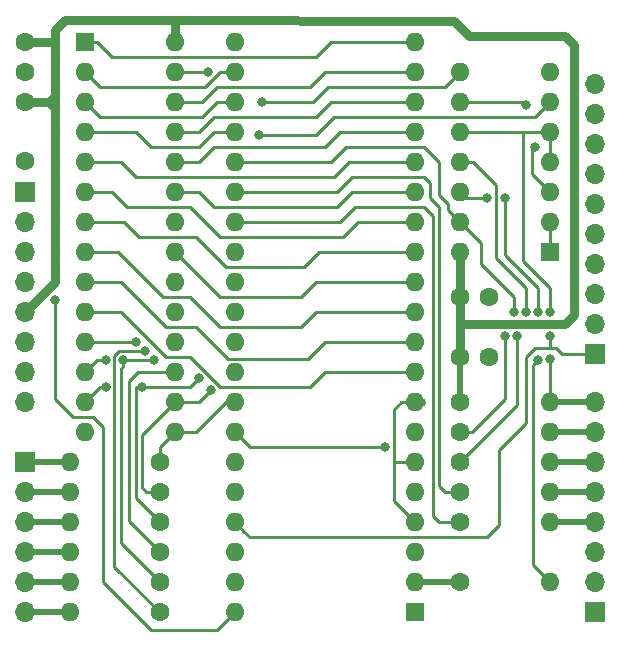
<source format=gbr>
G04 #@! TF.GenerationSoftware,KiCad,Pcbnew,(5.0.0)*
G04 #@! TF.CreationDate,2019-09-20T13:44:08+02:00*
G04 #@! TF.ProjectId,6502ino,36353032696E6F2E6B696361645F7063,rev?*
G04 #@! TF.SameCoordinates,Original*
G04 #@! TF.FileFunction,Copper,L1,Top,Signal*
G04 #@! TF.FilePolarity,Positive*
%FSLAX46Y46*%
G04 Gerber Fmt 4.6, Leading zero omitted, Abs format (unit mm)*
G04 Created by KiCad (PCBNEW (5.0.0)) date 09/20/19 13:44:08*
%MOMM*%
%LPD*%
G01*
G04 APERTURE LIST*
G04 #@! TA.AperFunction,ComponentPad*
%ADD10R,1.600000X1.600000*%
G04 #@! TD*
G04 #@! TA.AperFunction,ComponentPad*
%ADD11O,1.600000X1.600000*%
G04 #@! TD*
G04 #@! TA.AperFunction,ComponentPad*
%ADD12R,1.700000X1.700000*%
G04 #@! TD*
G04 #@! TA.AperFunction,ComponentPad*
%ADD13O,1.700000X1.700000*%
G04 #@! TD*
G04 #@! TA.AperFunction,ComponentPad*
%ADD14C,1.600000*%
G04 #@! TD*
G04 #@! TA.AperFunction,ViaPad*
%ADD15C,0.800000*%
G04 #@! TD*
G04 #@! TA.AperFunction,Conductor*
%ADD16C,0.800000*%
G04 #@! TD*
G04 #@! TA.AperFunction,Conductor*
%ADD17C,0.500000*%
G04 #@! TD*
G04 #@! TA.AperFunction,Conductor*
%ADD18C,0.250000*%
G04 #@! TD*
G04 APERTURE END LIST*
D10*
G04 #@! TO.P,U3,1*
G04 #@! TO.N,/RWB*
X184150000Y-76200000D03*
D11*
G04 #@! TO.P,U3,8*
G04 #@! TO.N,Net-(U2-Pad27)*
X176530000Y-60960000D03*
G04 #@! TO.P,U3,2*
G04 #@! TO.N,/RWB*
X184150000Y-73660000D03*
G04 #@! TO.P,U3,9*
G04 #@! TO.N,Net-(U3-Pad3)*
X176530000Y-63500000D03*
G04 #@! TO.P,U3,3*
X184150000Y-71120000D03*
G04 #@! TO.P,U3,10*
G04 #@! TO.N,/PHI2*
X176530000Y-66040000D03*
G04 #@! TO.P,U3,4*
X184150000Y-68580000D03*
G04 #@! TO.P,U3,11*
G04 #@! TO.N,Net-(R12-Pad2)*
X176530000Y-68580000D03*
G04 #@! TO.P,U3,5*
G04 #@! TO.N,/PHI2*
X184150000Y-66040000D03*
G04 #@! TO.P,U3,12*
G04 #@! TO.N,/IOBUSY*
X176530000Y-71120000D03*
G04 #@! TO.P,U3,6*
G04 #@! TO.N,Net-(U2-Pad22)*
X184150000Y-63500000D03*
G04 #@! TO.P,U3,13*
G04 #@! TO.N,/IOSELECT*
X176530000Y-73660000D03*
G04 #@! TO.P,U3,7*
G04 #@! TO.N,GND*
X184150000Y-60960000D03*
G04 #@! TO.P,U3,14*
G04 #@! TO.N,+5V*
X176530000Y-76200000D03*
G04 #@! TD*
D10*
G04 #@! TO.P,U1,1*
G04 #@! TO.N,Net-(U1-Pad1)*
X172720000Y-106680000D03*
D11*
G04 #@! TO.P,U1,21*
G04 #@! TO.N,GND*
X157480000Y-58420000D03*
G04 #@! TO.P,U1,2*
G04 #@! TO.N,Net-(R12-Pad1)*
X172720000Y-104140000D03*
G04 #@! TO.P,U1,22*
G04 #@! TO.N,/A12*
X157480000Y-60960000D03*
G04 #@! TO.P,U1,3*
G04 #@! TO.N,Net-(U1-Pad3)*
X172720000Y-101600000D03*
G04 #@! TO.P,U1,23*
G04 #@! TO.N,/A13*
X157480000Y-63500000D03*
G04 #@! TO.P,U1,4*
G04 #@! TO.N,+5V*
X172720000Y-99060000D03*
G04 #@! TO.P,U1,24*
G04 #@! TO.N,/A14*
X157480000Y-66040000D03*
G04 #@! TO.P,U1,5*
G04 #@! TO.N,Net-(U1-Pad5)*
X172720000Y-96520000D03*
G04 #@! TO.P,U1,25*
G04 #@! TO.N,/IOSELECT*
X157480000Y-68580000D03*
G04 #@! TO.P,U1,6*
G04 #@! TO.N,+5V*
X172720000Y-93980000D03*
G04 #@! TO.P,U1,26*
G04 #@! TO.N,/D7*
X157480000Y-71120000D03*
G04 #@! TO.P,U1,7*
G04 #@! TO.N,Net-(U1-Pad7)*
X172720000Y-91440000D03*
G04 #@! TO.P,U1,27*
G04 #@! TO.N,/D6*
X157480000Y-73660000D03*
G04 #@! TO.P,U1,8*
G04 #@! TO.N,+5V*
X172720000Y-88900000D03*
G04 #@! TO.P,U1,28*
G04 #@! TO.N,/D5*
X157480000Y-76200000D03*
G04 #@! TO.P,U1,9*
G04 #@! TO.N,/A0*
X172720000Y-86360000D03*
G04 #@! TO.P,U1,29*
G04 #@! TO.N,/D4*
X157480000Y-78740000D03*
G04 #@! TO.P,U1,10*
G04 #@! TO.N,/A1*
X172720000Y-83820000D03*
G04 #@! TO.P,U1,30*
G04 #@! TO.N,/D3*
X157480000Y-81280000D03*
G04 #@! TO.P,U1,11*
G04 #@! TO.N,/A2*
X172720000Y-81280000D03*
G04 #@! TO.P,U1,31*
G04 #@! TO.N,/D2*
X157480000Y-83820000D03*
G04 #@! TO.P,U1,12*
G04 #@! TO.N,/A3*
X172720000Y-78740000D03*
G04 #@! TO.P,U1,32*
G04 #@! TO.N,/D1*
X157480000Y-86360000D03*
G04 #@! TO.P,U1,13*
G04 #@! TO.N,/A4*
X172720000Y-76200000D03*
G04 #@! TO.P,U1,33*
G04 #@! TO.N,/D0*
X157480000Y-88900000D03*
G04 #@! TO.P,U1,14*
G04 #@! TO.N,/A5*
X172720000Y-73660000D03*
G04 #@! TO.P,U1,34*
G04 #@! TO.N,/RWB*
X157480000Y-91440000D03*
G04 #@! TO.P,U1,15*
G04 #@! TO.N,/A6*
X172720000Y-71120000D03*
G04 #@! TO.P,U1,35*
G04 #@! TO.N,Net-(U1-Pad35)*
X157480000Y-93980000D03*
G04 #@! TO.P,U1,16*
G04 #@! TO.N,/A7*
X172720000Y-68580000D03*
G04 #@! TO.P,U1,36*
G04 #@! TO.N,Net-(U1-Pad36)*
X157480000Y-96520000D03*
G04 #@! TO.P,U1,17*
G04 #@! TO.N,/A8*
X172720000Y-66040000D03*
G04 #@! TO.P,U1,37*
G04 #@! TO.N,/PHI2*
X157480000Y-99060000D03*
G04 #@! TO.P,U1,18*
G04 #@! TO.N,/A9*
X172720000Y-63500000D03*
G04 #@! TO.P,U1,38*
G04 #@! TO.N,GND*
X157480000Y-101600000D03*
G04 #@! TO.P,U1,19*
G04 #@! TO.N,/A10*
X172720000Y-60960000D03*
G04 #@! TO.P,U1,39*
G04 #@! TO.N,Net-(U1-Pad39)*
X157480000Y-104140000D03*
G04 #@! TO.P,U1,20*
G04 #@! TO.N,/A11*
X172720000Y-58420000D03*
G04 #@! TO.P,U1,40*
G04 #@! TO.N,/_RESET*
X157480000Y-106680000D03*
G04 #@! TD*
D10*
G04 #@! TO.P,U2,1*
G04 #@! TO.N,/A11*
X144780000Y-58420000D03*
D11*
G04 #@! TO.P,U2,15*
G04 #@! TO.N,/D0*
X152400000Y-91440000D03*
G04 #@! TO.P,U2,2*
G04 #@! TO.N,/A12*
X144780000Y-60960000D03*
G04 #@! TO.P,U2,16*
G04 #@! TO.N,/D1*
X152400000Y-88900000D03*
G04 #@! TO.P,U2,3*
G04 #@! TO.N,/A13*
X144780000Y-63500000D03*
G04 #@! TO.P,U2,17*
G04 #@! TO.N,/D3*
X152400000Y-86360000D03*
G04 #@! TO.P,U2,4*
G04 #@! TO.N,/A14*
X144780000Y-66040000D03*
G04 #@! TO.P,U2,18*
G04 #@! TO.N,/D5*
X152400000Y-83820000D03*
G04 #@! TO.P,U2,5*
G04 #@! TO.N,/A7*
X144780000Y-68580000D03*
G04 #@! TO.P,U2,19*
G04 #@! TO.N,/D7*
X152400000Y-81280000D03*
G04 #@! TO.P,U2,6*
G04 #@! TO.N,/A5*
X144780000Y-71120000D03*
G04 #@! TO.P,U2,20*
G04 #@! TO.N,/IOSELECT*
X152400000Y-78740000D03*
G04 #@! TO.P,U2,7*
G04 #@! TO.N,/A4*
X144780000Y-73660000D03*
G04 #@! TO.P,U2,21*
G04 #@! TO.N,/A3*
X152400000Y-76200000D03*
G04 #@! TO.P,U2,8*
G04 #@! TO.N,/A2*
X144780000Y-76200000D03*
G04 #@! TO.P,U2,22*
G04 #@! TO.N,Net-(U2-Pad22)*
X152400000Y-73660000D03*
G04 #@! TO.P,U2,9*
G04 #@! TO.N,/A1*
X144780000Y-78740000D03*
G04 #@! TO.P,U2,23*
G04 #@! TO.N,/A6*
X152400000Y-71120000D03*
G04 #@! TO.P,U2,10*
G04 #@! TO.N,/A0*
X144780000Y-81280000D03*
G04 #@! TO.P,U2,24*
G04 #@! TO.N,/A8*
X152400000Y-68580000D03*
G04 #@! TO.P,U2,11*
G04 #@! TO.N,/D6*
X144780000Y-83820000D03*
G04 #@! TO.P,U2,25*
G04 #@! TO.N,/A9*
X152400000Y-66040000D03*
G04 #@! TO.P,U2,12*
G04 #@! TO.N,/D4*
X144780000Y-86360000D03*
G04 #@! TO.P,U2,26*
G04 #@! TO.N,/A10*
X152400000Y-63500000D03*
G04 #@! TO.P,U2,13*
G04 #@! TO.N,/D2*
X144780000Y-88900000D03*
G04 #@! TO.P,U2,27*
G04 #@! TO.N,Net-(U2-Pad27)*
X152400000Y-60960000D03*
G04 #@! TO.P,U2,14*
G04 #@! TO.N,GND*
X144780000Y-91440000D03*
G04 #@! TO.P,U2,28*
G04 #@! TO.N,+5V*
X152400000Y-58420000D03*
G04 #@! TD*
D12*
G04 #@! TO.P,JANALOG1,1*
G04 #@! TO.N,Net-(JANALOG1-Pad1)*
X139700000Y-93980000D03*
D13*
G04 #@! TO.P,JANALOG1,2*
G04 #@! TO.N,Net-(JANALOG1-Pad2)*
X139700000Y-96520000D03*
G04 #@! TO.P,JANALOG1,3*
G04 #@! TO.N,Net-(JANALOG1-Pad3)*
X139700000Y-99060000D03*
G04 #@! TO.P,JANALOG1,4*
G04 #@! TO.N,Net-(JANALOG1-Pad4)*
X139700000Y-101600000D03*
G04 #@! TO.P,JANALOG1,5*
G04 #@! TO.N,Net-(JANALOG1-Pad5)*
X139700000Y-104140000D03*
G04 #@! TO.P,JANALOG1,6*
G04 #@! TO.N,Net-(JANALOG1-Pad6)*
X139700000Y-106680000D03*
G04 #@! TD*
G04 #@! TO.P,JDIGITAL1,8*
G04 #@! TO.N,/IOBUSY*
X187960000Y-88900000D03*
G04 #@! TO.P,JDIGITAL1,7*
G04 #@! TO.N,Net-(JDIGITAL1-Pad7)*
X187960000Y-91440000D03*
G04 #@! TO.P,JDIGITAL1,6*
G04 #@! TO.N,Net-(JDIGITAL1-Pad6)*
X187960000Y-93980000D03*
G04 #@! TO.P,JDIGITAL1,5*
G04 #@! TO.N,Net-(JDIGITAL1-Pad5)*
X187960000Y-96520000D03*
G04 #@! TO.P,JDIGITAL1,4*
G04 #@! TO.N,Net-(JDIGITAL1-Pad4)*
X187960000Y-99060000D03*
G04 #@! TO.P,JDIGITAL1,3*
G04 #@! TO.N,Net-(JDIGITAL1-Pad3)*
X187960000Y-101600000D03*
G04 #@! TO.P,JDIGITAL1,2*
G04 #@! TO.N,Net-(JDIGITAL1-Pad2)*
X187960000Y-104140000D03*
D12*
G04 #@! TO.P,JDIGITAL1,1*
G04 #@! TO.N,Net-(JDIGITAL1-Pad1)*
X187960000Y-106680000D03*
G04 #@! TD*
G04 #@! TO.P,JDIGITAL2,1*
G04 #@! TO.N,/PHI2*
X187960000Y-84836000D03*
D13*
G04 #@! TO.P,JDIGITAL2,2*
G04 #@! TO.N,Net-(JDIGITAL2-Pad2)*
X187960000Y-82296000D03*
G04 #@! TO.P,JDIGITAL2,3*
G04 #@! TO.N,Net-(JDIGITAL2-Pad3)*
X187960000Y-79756000D03*
G04 #@! TO.P,JDIGITAL2,4*
G04 #@! TO.N,Net-(JDIGITAL2-Pad4)*
X187960000Y-77216000D03*
G04 #@! TO.P,JDIGITAL2,5*
G04 #@! TO.N,Net-(JDIGITAL2-Pad5)*
X187960000Y-74676000D03*
G04 #@! TO.P,JDIGITAL2,6*
G04 #@! TO.N,Net-(JDIGITAL2-Pad6)*
X187960000Y-72136000D03*
G04 #@! TO.P,JDIGITAL2,7*
G04 #@! TO.N,GND*
X187960000Y-69596000D03*
G04 #@! TO.P,JDIGITAL2,8*
G04 #@! TO.N,Net-(JDIGITAL2-Pad8)*
X187960000Y-67056000D03*
G04 #@! TO.P,JDIGITAL2,9*
G04 #@! TO.N,Net-(JDIGITAL2-Pad9)*
X187960000Y-64516000D03*
G04 #@! TO.P,JDIGITAL2,10*
G04 #@! TO.N,Net-(JDIGITAL2-Pad10)*
X187960000Y-61976000D03*
G04 #@! TD*
D12*
G04 #@! TO.P,JPOWER1,1*
G04 #@! TO.N,Net-(JPOWER1-Pad1)*
X139700000Y-71120000D03*
D13*
G04 #@! TO.P,JPOWER1,2*
G04 #@! TO.N,Net-(JPOWER1-Pad2)*
X139700000Y-73660000D03*
G04 #@! TO.P,JPOWER1,3*
G04 #@! TO.N,/_RESET*
X139700000Y-76200000D03*
G04 #@! TO.P,JPOWER1,4*
G04 #@! TO.N,Net-(JPOWER1-Pad4)*
X139700000Y-78740000D03*
G04 #@! TO.P,JPOWER1,5*
G04 #@! TO.N,+5V*
X139700000Y-81280000D03*
G04 #@! TO.P,JPOWER1,6*
G04 #@! TO.N,GND*
X139700000Y-83820000D03*
G04 #@! TO.P,JPOWER1,7*
X139700000Y-86360000D03*
G04 #@! TO.P,JPOWER1,8*
G04 #@! TO.N,Net-(JPOWER1-Pad8)*
X139700000Y-88900000D03*
G04 #@! TD*
D14*
G04 #@! TO.P,C1,2*
G04 #@! TO.N,GND*
X179030000Y-85090000D03*
G04 #@! TO.P,C1,1*
G04 #@! TO.N,+5V*
X176530000Y-85090000D03*
G04 #@! TD*
G04 #@! TO.P,C2,1*
G04 #@! TO.N,+5V*
X139700000Y-58420000D03*
G04 #@! TO.P,C2,2*
G04 #@! TO.N,GND*
X139700000Y-60920000D03*
G04 #@! TD*
G04 #@! TO.P,C3,2*
G04 #@! TO.N,GND*
X179030000Y-80010000D03*
G04 #@! TO.P,C3,1*
G04 #@! TO.N,+5V*
X176530000Y-80010000D03*
G04 #@! TD*
D11*
G04 #@! TO.P,R1,2*
G04 #@! TO.N,Net-(JANALOG1-Pad1)*
X143510000Y-93980000D03*
D14*
G04 #@! TO.P,R1,1*
G04 #@! TO.N,/D0*
X151130000Y-93980000D03*
G04 #@! TD*
G04 #@! TO.P,R2,1*
G04 #@! TO.N,/D1*
X151130000Y-96520000D03*
D11*
G04 #@! TO.P,R2,2*
G04 #@! TO.N,Net-(JANALOG1-Pad2)*
X143510000Y-96520000D03*
G04 #@! TD*
D14*
G04 #@! TO.P,R11,1*
G04 #@! TO.N,+5V*
X176530000Y-88900000D03*
D11*
G04 #@! TO.P,R11,2*
G04 #@! TO.N,/IOBUSY*
X184150000Y-88900000D03*
G04 #@! TD*
D14*
G04 #@! TO.P,R3,1*
G04 #@! TO.N,/D2*
X151130000Y-99060000D03*
D11*
G04 #@! TO.P,R3,2*
G04 #@! TO.N,Net-(JANALOG1-Pad3)*
X143510000Y-99060000D03*
G04 #@! TD*
G04 #@! TO.P,R4,2*
G04 #@! TO.N,Net-(JANALOG1-Pad4)*
X143510000Y-101600000D03*
D14*
G04 #@! TO.P,R4,1*
G04 #@! TO.N,/D3*
X151130000Y-101600000D03*
G04 #@! TD*
G04 #@! TO.P,R5,1*
G04 #@! TO.N,/D4*
X151130000Y-104140000D03*
D11*
G04 #@! TO.P,R5,2*
G04 #@! TO.N,Net-(JANALOG1-Pad5)*
X143510000Y-104140000D03*
G04 #@! TD*
G04 #@! TO.P,R6,2*
G04 #@! TO.N,Net-(JANALOG1-Pad6)*
X143510000Y-106680000D03*
D14*
G04 #@! TO.P,R6,1*
G04 #@! TO.N,/D5*
X151130000Y-106680000D03*
G04 #@! TD*
D11*
G04 #@! TO.P,R7,2*
G04 #@! TO.N,Net-(JDIGITAL1-Pad7)*
X184150000Y-91440000D03*
D14*
G04 #@! TO.P,R7,1*
G04 #@! TO.N,/RWB*
X176530000Y-91440000D03*
G04 #@! TD*
G04 #@! TO.P,R8,1*
G04 #@! TO.N,/IOSELECT*
X176530000Y-93980000D03*
D11*
G04 #@! TO.P,R8,2*
G04 #@! TO.N,Net-(JDIGITAL1-Pad6)*
X184150000Y-93980000D03*
G04 #@! TD*
D14*
G04 #@! TO.P,R9,1*
G04 #@! TO.N,/D7*
X176530000Y-96520000D03*
D11*
G04 #@! TO.P,R9,2*
G04 #@! TO.N,Net-(JDIGITAL1-Pad5)*
X184150000Y-96520000D03*
G04 #@! TD*
G04 #@! TO.P,R10,2*
G04 #@! TO.N,Net-(JDIGITAL1-Pad4)*
X184150000Y-99060000D03*
D14*
G04 #@! TO.P,R10,1*
G04 #@! TO.N,/D6*
X176530000Y-99060000D03*
G04 #@! TD*
G04 #@! TO.P,R12,1*
G04 #@! TO.N,Net-(R12-Pad1)*
X176530000Y-104140000D03*
D11*
G04 #@! TO.P,R12,2*
G04 #@! TO.N,Net-(R12-Pad2)*
X184150000Y-104140000D03*
G04 #@! TD*
D14*
G04 #@! TO.P,C4,1*
G04 #@! TO.N,+5V*
X139700000Y-63500000D03*
G04 #@! TO.P,C4,2*
G04 #@! TO.N,GND*
X139700000Y-68500000D03*
G04 #@! TD*
D15*
G04 #@! TO.N,/D1*
X155443347Y-87888653D03*
G04 #@! TO.N,/D2*
X154427347Y-86872653D03*
X146558000Y-87630000D03*
X149606000Y-87630000D03*
G04 #@! TO.N,/D4*
X150622006Y-85344000D03*
X146557998Y-85344000D03*
X148008011Y-85314772D03*
G04 #@! TO.N,/D5*
X149860000Y-84582000D03*
G04 #@! TO.N,/D6*
X149098000Y-83820000D03*
G04 #@! TO.N,/RWB*
X180340000Y-83312000D03*
X170179998Y-92710000D03*
G04 #@! TO.N,/PHI2*
X184150000Y-81280000D03*
X184150000Y-83312000D03*
G04 #@! TO.N,/IOBUSY*
X180340000Y-71628000D03*
X178816000Y-71628000D03*
X183134000Y-81280000D03*
X184131868Y-85278544D03*
G04 #@! TO.N,/_RESET*
X142240000Y-80264000D03*
G04 #@! TO.N,/IOSELECT*
X181102000Y-81280000D03*
X181356000Y-83312000D03*
G04 #@! TO.N,Net-(U2-Pad27)*
X155189347Y-60955347D03*
X159765994Y-63500000D03*
G04 #@! TO.N,Net-(U2-Pad22)*
X159512000Y-66294000D03*
G04 #@! TO.N,Net-(R12-Pad2)*
X182118000Y-81280000D03*
X183134000Y-85344000D03*
G04 #@! TO.N,Net-(U3-Pad3)*
X182880000Y-67310000D03*
X182118000Y-63754000D03*
G04 #@! TD*
D16*
G04 #@! TO.N,+5V*
X141732000Y-63500000D02*
X139700000Y-63500000D01*
X142240000Y-64008000D02*
X141732000Y-63500000D01*
X143088990Y-56555010D02*
X151805010Y-56555010D01*
X142240000Y-57404000D02*
X143088990Y-56555010D01*
X141732000Y-63500000D02*
X142240000Y-62992000D01*
X139700000Y-58420000D02*
X142240000Y-58420000D01*
X142240000Y-62992000D02*
X142240000Y-58420000D01*
X142240000Y-58420000D02*
X142240000Y-57404000D01*
X152400000Y-58420000D02*
X152400000Y-56557397D01*
X152400000Y-56557397D02*
X151805010Y-56555010D01*
X142240000Y-64008000D02*
X142240000Y-62992000D01*
X173228000Y-88900000D02*
X172720000Y-88900000D01*
X142240000Y-78740000D02*
X142240000Y-64008000D01*
X139700000Y-81280000D02*
X142240000Y-78740000D01*
X176530000Y-80010000D02*
X176530000Y-76200000D01*
X176530000Y-80010000D02*
X176530000Y-82296000D01*
X176530000Y-82296000D02*
X176530000Y-85090000D01*
X185420000Y-82296000D02*
X176530000Y-82296000D01*
X186182000Y-81534000D02*
X185420000Y-82296000D01*
X173482000Y-56642000D02*
X176022000Y-56642000D01*
X152400000Y-56557397D02*
X173482000Y-56642000D01*
X176022000Y-56642000D02*
X177292000Y-57912000D01*
X177292000Y-57912000D02*
X185420000Y-57912000D01*
X185420000Y-57912000D02*
X186182000Y-58674000D01*
X186182000Y-58674000D02*
X186182000Y-81534000D01*
D17*
X176530000Y-88900000D02*
X176530000Y-85090000D01*
D18*
X171588630Y-88900000D02*
X170942000Y-89546630D01*
X172720000Y-88900000D02*
X171588630Y-88900000D01*
X170942000Y-97282000D02*
X172720000Y-99060000D01*
X172720000Y-93980000D02*
X170942000Y-93980000D01*
X170942000Y-89546630D02*
X170942000Y-93980000D01*
X170942000Y-93980000D02*
X170942000Y-97282000D01*
D17*
G04 #@! TO.N,Net-(JANALOG1-Pad1)*
X139700000Y-93980000D02*
X143510000Y-93980000D01*
G04 #@! TO.N,Net-(JANALOG1-Pad2)*
X139700000Y-96520000D02*
X143510000Y-96520000D01*
G04 #@! TO.N,Net-(JANALOG1-Pad3)*
X139700000Y-99060000D02*
X143510000Y-99060000D01*
G04 #@! TO.N,Net-(JANALOG1-Pad4)*
X139700000Y-101600000D02*
X143510000Y-101600000D01*
G04 #@! TO.N,Net-(JANALOG1-Pad5)*
X139700000Y-104140000D02*
X143510000Y-104140000D01*
G04 #@! TO.N,Net-(JANALOG1-Pad6)*
X139700000Y-106680000D02*
X143510000Y-106680000D01*
D18*
G04 #@! TO.N,/D0*
X152400000Y-91440000D02*
X154178000Y-91440000D01*
X156718000Y-88900000D02*
X157480000Y-88900000D01*
X154178000Y-91440000D02*
X156718000Y-88900000D01*
X151130000Y-92710000D02*
X151130000Y-93980000D01*
X152400000Y-91440000D02*
X151130000Y-92710000D01*
G04 #@! TO.N,/D1*
X152400000Y-88900000D02*
X153531370Y-88900000D01*
X153531370Y-88900000D02*
X154432000Y-88900000D01*
X154432000Y-88900000D02*
X155443347Y-87888653D01*
X149606000Y-91694000D02*
X152400000Y-88900000D01*
X149606000Y-96127370D02*
X149606000Y-91694000D01*
X151130000Y-96520000D02*
X149998630Y-96520000D01*
X149998630Y-96520000D02*
X149606000Y-96127370D01*
G04 #@! TO.N,/D2*
X146050000Y-87630000D02*
X144780000Y-88900000D01*
X153670000Y-87630000D02*
X154427347Y-86872653D01*
X149098000Y-87630000D02*
X153670000Y-87630000D01*
X151130000Y-99060000D02*
X149098000Y-97028000D01*
X149098000Y-97028000D02*
X149098000Y-87630000D01*
X146050000Y-87630000D02*
X146558000Y-87630000D01*
G04 #@! TO.N,/D3*
X151130000Y-101600000D02*
X148532011Y-99002011D01*
X148532011Y-99002011D02*
X148532011Y-87122993D01*
X151268630Y-86360000D02*
X152400000Y-86360000D01*
X149295004Y-86360000D02*
X151268630Y-86360000D01*
X148532011Y-87122993D02*
X149295004Y-86360000D01*
G04 #@! TO.N,/D4*
X144780000Y-86360000D02*
X145796000Y-85344000D01*
X145796000Y-85344000D02*
X145992313Y-85344000D01*
X145992313Y-85344000D02*
X146557998Y-85344000D01*
X150622006Y-85344000D02*
X148037239Y-85344000D01*
X148037239Y-85344000D02*
X148008011Y-85314772D01*
X148008011Y-85880457D02*
X148008011Y-85314772D01*
X147828000Y-86060468D02*
X148008011Y-85880457D01*
X151130000Y-104140000D02*
X147828000Y-100838000D01*
X147828000Y-100838000D02*
X147828000Y-86060468D01*
G04 #@! TO.N,/D5*
X149294315Y-84582000D02*
X149860000Y-84582000D01*
X147283004Y-102833004D02*
X147283004Y-84995998D01*
X151130000Y-106680000D02*
X147283004Y-102833004D01*
X147283004Y-84995998D02*
X147697002Y-84582000D01*
X147697002Y-84582000D02*
X149294315Y-84582000D01*
G04 #@! TO.N,/D6*
X149098000Y-83820000D02*
X144780000Y-83820000D01*
X174752000Y-99060000D02*
X176530000Y-99060000D01*
X166370000Y-73660000D02*
X167640000Y-72390000D01*
X157480000Y-73660000D02*
X166370000Y-73660000D01*
X167640000Y-72390000D02*
X173482000Y-72390000D01*
X173482000Y-72390000D02*
X174244000Y-73152000D01*
X174244000Y-73152000D02*
X174244000Y-98552000D01*
X174244000Y-98552000D02*
X174752000Y-99060000D01*
G04 #@! TO.N,/D7*
X175260000Y-96520000D02*
X176530000Y-96520000D01*
X174752000Y-96012000D02*
X175260000Y-96520000D01*
X166116000Y-71120000D02*
X167386000Y-69850000D01*
X174752000Y-72390000D02*
X174752000Y-96012000D01*
X157480000Y-71120000D02*
X166116000Y-71120000D01*
X167386000Y-69850000D02*
X173482000Y-69850000D01*
X173482000Y-69850000D02*
X173990000Y-70358000D01*
X173990000Y-70358000D02*
X173990000Y-71628000D01*
X173990000Y-71628000D02*
X174752000Y-72390000D01*
G04 #@! TO.N,/RWB*
X184150000Y-76200000D02*
X184150000Y-73660000D01*
X180340000Y-83877685D02*
X180340000Y-83312000D01*
X180340000Y-88646000D02*
X180340000Y-83877685D01*
X176530000Y-91440000D02*
X177546000Y-91440000D01*
X177546000Y-91440000D02*
X180340000Y-88646000D01*
X169614313Y-92710000D02*
X170179998Y-92710000D01*
X157480000Y-91440000D02*
X158750000Y-92710000D01*
X158750000Y-92710000D02*
X169614313Y-92710000D01*
G04 #@! TO.N,/A0*
X165100000Y-86360000D02*
X172720000Y-86360000D01*
X147885002Y-81280000D02*
X151695002Y-85090000D01*
X144780000Y-81280000D02*
X147885002Y-81280000D01*
X151695002Y-85090000D02*
X153670000Y-85090000D01*
X153670000Y-85090000D02*
X156210000Y-87630000D01*
X156210000Y-87630000D02*
X163830000Y-87630000D01*
X163830000Y-87630000D02*
X165100000Y-86360000D01*
G04 #@! TO.N,/A1*
X165100000Y-83820000D02*
X172720000Y-83820000D01*
X147828000Y-78740000D02*
X151638000Y-82550000D01*
X144780000Y-78740000D02*
X147828000Y-78740000D01*
X151638000Y-82550000D02*
X154178000Y-82550000D01*
X154178000Y-82550000D02*
X156862999Y-85234999D01*
X156862999Y-85234999D02*
X163685001Y-85234999D01*
X163685001Y-85234999D02*
X165100000Y-83820000D01*
G04 #@! TO.N,/A2*
X164338000Y-81280000D02*
X172720000Y-81280000D01*
X147574000Y-76200000D02*
X151384000Y-80010000D01*
X151384000Y-80010000D02*
X153670000Y-80010000D01*
X153670000Y-80010000D02*
X156210000Y-82550000D01*
X156210000Y-82550000D02*
X163068000Y-82550000D01*
X144780000Y-76200000D02*
X147574000Y-76200000D01*
X163068000Y-82550000D02*
X164338000Y-81280000D01*
G04 #@! TO.N,/A3*
X164338000Y-78740000D02*
X172720000Y-78740000D01*
X163068000Y-80010000D02*
X164338000Y-78740000D01*
X152400000Y-76200000D02*
X156210000Y-80010000D01*
X156210000Y-80010000D02*
X163068000Y-80010000D01*
G04 #@! TO.N,/A4*
X164592000Y-76200000D02*
X172720000Y-76200000D01*
X144780000Y-73660000D02*
X148082000Y-73660000D01*
X148082000Y-73660000D02*
X149352000Y-74930000D01*
X149352000Y-74930000D02*
X154178000Y-74930000D01*
X154178000Y-74930000D02*
X156718000Y-77470000D01*
X156718000Y-77470000D02*
X163322000Y-77470000D01*
X163322000Y-77470000D02*
X164592000Y-76200000D01*
G04 #@! TO.N,/A5*
X167894000Y-73660000D02*
X172720000Y-73660000D01*
X147066000Y-71120000D02*
X148336000Y-72390000D01*
X144780000Y-71120000D02*
X147066000Y-71120000D01*
X148336000Y-72390000D02*
X153670000Y-72390000D01*
X153670000Y-72390000D02*
X156210000Y-74930000D01*
X156210000Y-74930000D02*
X166624000Y-74930000D01*
X166624000Y-74930000D02*
X167894000Y-73660000D01*
G04 #@! TO.N,/A6*
X167386000Y-71120000D02*
X172720000Y-71120000D01*
X166116000Y-72390000D02*
X167386000Y-71120000D01*
X155702000Y-72390000D02*
X166116000Y-72390000D01*
X152400000Y-71120000D02*
X154432000Y-71120000D01*
X154432000Y-71120000D02*
X155702000Y-72390000D01*
G04 #@! TO.N,/A7*
X167132000Y-68580000D02*
X172720000Y-68580000D01*
X165862000Y-69850000D02*
X167132000Y-68580000D01*
X149098000Y-69850000D02*
X165862000Y-69850000D01*
X144780000Y-68580000D02*
X147828000Y-68580000D01*
X147828000Y-68580000D02*
X149098000Y-69850000D01*
G04 #@! TO.N,/A8*
X166370000Y-66040000D02*
X172720000Y-66040000D01*
X165100000Y-67310000D02*
X166370000Y-66040000D01*
X155702000Y-67310000D02*
X165100000Y-67310000D01*
X152400000Y-68580000D02*
X154432000Y-68580000D01*
X154432000Y-68580000D02*
X155702000Y-67310000D01*
G04 #@! TO.N,/A9*
X165608000Y-63500000D02*
X172720000Y-63500000D01*
X164338000Y-64770000D02*
X165608000Y-63500000D01*
X155702000Y-64770000D02*
X164338000Y-64770000D01*
X152400000Y-66040000D02*
X154432000Y-66040000D01*
X154432000Y-66040000D02*
X155702000Y-64770000D01*
G04 #@! TO.N,/A10*
X165100000Y-60960000D02*
X172720000Y-60960000D01*
X163830000Y-62230000D02*
X165100000Y-60960000D01*
X155956000Y-62230000D02*
X163830000Y-62230000D01*
X152400000Y-63500000D02*
X154686000Y-63500000D01*
X154686000Y-63500000D02*
X155956000Y-62230000D01*
G04 #@! TO.N,/A11*
X165608000Y-58420000D02*
X172720000Y-58420000D01*
X164338000Y-59690000D02*
X165608000Y-58420000D01*
X147100000Y-59690000D02*
X164338000Y-59690000D01*
X144780000Y-58420000D02*
X145830000Y-58420000D01*
X145830000Y-58420000D02*
X147100000Y-59690000D01*
G04 #@! TO.N,/A12*
X156210000Y-60960000D02*
X157480000Y-60960000D01*
X154940000Y-62230000D02*
X156210000Y-60960000D01*
X144780000Y-60960000D02*
X146050000Y-62230000D01*
X146050000Y-62230000D02*
X154940000Y-62230000D01*
G04 #@! TO.N,/A13*
X155956000Y-63500000D02*
X157480000Y-63500000D01*
X154686000Y-64770000D02*
X155956000Y-63500000D01*
X144780000Y-63500000D02*
X146050000Y-64770000D01*
X146050000Y-64770000D02*
X154686000Y-64770000D01*
G04 #@! TO.N,/A14*
X144780000Y-66040000D02*
X149098000Y-66040000D01*
X149098000Y-66040000D02*
X150368000Y-67310000D01*
X150368000Y-67310000D02*
X154432000Y-67310000D01*
X154432000Y-67310000D02*
X155702000Y-66040000D01*
X155702000Y-66040000D02*
X157480000Y-66040000D01*
G04 #@! TO.N,/PHI2*
X184150000Y-66040000D02*
X184150000Y-68580000D01*
X176530000Y-66040000D02*
X182118000Y-66040000D01*
X182118000Y-66040000D02*
X184150000Y-66040000D01*
X187960000Y-84836000D02*
X185166000Y-84836000D01*
X184658000Y-84328000D02*
X185166000Y-84836000D01*
X184150000Y-84328000D02*
X184658000Y-84328000D01*
X184150000Y-79248000D02*
X184150000Y-81280000D01*
X181864000Y-66040000D02*
X181864000Y-76962000D01*
X181864000Y-76962000D02*
X184150000Y-79248000D01*
X184150000Y-84328000D02*
X184150000Y-83312000D01*
X184150000Y-83820000D02*
X184150000Y-83312000D01*
X158279999Y-99859999D02*
X157480000Y-99060000D01*
X158750000Y-100330000D02*
X158279999Y-99859999D01*
X178816000Y-100330000D02*
X158750000Y-100330000D01*
X182118000Y-85090000D02*
X182118000Y-90678000D01*
X182118000Y-90678000D02*
X179832000Y-92964000D01*
X179832000Y-92964000D02*
X179832000Y-99314000D01*
X182880000Y-84328000D02*
X182118000Y-85090000D01*
X184150000Y-84328000D02*
X182880000Y-84328000D01*
X179832000Y-99314000D02*
X178816000Y-100330000D01*
D17*
G04 #@! TO.N,/IOBUSY*
X184150000Y-88900000D02*
X187960000Y-88900000D01*
D18*
X177038000Y-71628000D02*
X176530000Y-71120000D01*
X178816000Y-71628000D02*
X177038000Y-71628000D01*
X183134000Y-79248000D02*
X183134000Y-81280000D01*
X180340000Y-71628000D02*
X180340000Y-76454000D01*
X180340000Y-76454000D02*
X183134000Y-79248000D01*
X184150000Y-88900000D02*
X184150000Y-85296676D01*
X184150000Y-85296676D02*
X184131868Y-85278544D01*
D17*
G04 #@! TO.N,Net-(JDIGITAL1-Pad4)*
X184150000Y-99060000D02*
X187960000Y-99060000D01*
D18*
G04 #@! TO.N,/_RESET*
X142240000Y-80829685D02*
X142240000Y-80264000D01*
X142240000Y-88646000D02*
X142240000Y-80829685D01*
X155956000Y-108204000D02*
X150368000Y-108204000D01*
X157480000Y-106680000D02*
X155956000Y-108204000D01*
X143764000Y-90170000D02*
X142240000Y-88646000D01*
X150368000Y-108204000D02*
X146304000Y-104140000D01*
X146304000Y-104140000D02*
X146304000Y-91009000D01*
X146304000Y-91009000D02*
X145465000Y-90170000D01*
X145465000Y-90170000D02*
X143764000Y-90170000D01*
G04 #@! TO.N,/IOSELECT*
X175514000Y-72136000D02*
X175514000Y-72644000D01*
X165608000Y-68580000D02*
X166878000Y-67310000D01*
X157480000Y-68580000D02*
X165608000Y-68580000D01*
X166878000Y-67310000D02*
X173482000Y-67310000D01*
X173482000Y-67310000D02*
X174752000Y-68580000D01*
X175514000Y-72644000D02*
X176530000Y-73660000D01*
X174752000Y-68580000D02*
X174752000Y-71374000D01*
X174752000Y-71374000D02*
X175514000Y-72136000D01*
X176530000Y-73660000D02*
X178308000Y-75438000D01*
X178308000Y-75438000D02*
X178308000Y-77216000D01*
X178308000Y-77216000D02*
X181102000Y-80010000D01*
X181102000Y-80010000D02*
X181102000Y-81280000D01*
X181356000Y-83877685D02*
X181356000Y-83312000D01*
X181356000Y-89154000D02*
X181356000Y-83877685D01*
X176530000Y-93980000D02*
X181356000Y-89154000D01*
G04 #@! TO.N,Net-(U2-Pad27)*
X152400000Y-60960000D02*
X155184694Y-60960000D01*
X155184694Y-60960000D02*
X155189347Y-60955347D01*
X175260000Y-62230000D02*
X176530000Y-60960000D01*
X165354000Y-62230000D02*
X175260000Y-62230000D01*
X159765994Y-63500000D02*
X164084000Y-63500000D01*
X164084000Y-63500000D02*
X165354000Y-62230000D01*
D17*
G04 #@! TO.N,Net-(JDIGITAL1-Pad7)*
X184150000Y-91440000D02*
X187960000Y-91440000D01*
G04 #@! TO.N,Net-(JDIGITAL1-Pad6)*
X184150000Y-93980000D02*
X187960000Y-93980000D01*
G04 #@! TO.N,Net-(JDIGITAL1-Pad5)*
X184150000Y-96520000D02*
X187960000Y-96520000D01*
G04 #@! TO.N,Net-(R12-Pad1)*
X176530000Y-104140000D02*
X172720000Y-104140000D01*
D18*
G04 #@! TO.N,Net-(U2-Pad22)*
X182880000Y-64770000D02*
X184150000Y-63500000D01*
X165862000Y-64770000D02*
X182880000Y-64770000D01*
X159512000Y-66294000D02*
X164338000Y-66294000D01*
X164338000Y-66294000D02*
X165862000Y-64770000D01*
G04 #@! TO.N,Net-(R12-Pad2)*
X182118000Y-79248000D02*
X182118000Y-81280000D01*
X179578000Y-76708000D02*
X182118000Y-79248000D01*
X179578000Y-70496630D02*
X179578000Y-76708000D01*
X176530000Y-68580000D02*
X177661370Y-68580000D01*
X177661370Y-68580000D02*
X179578000Y-70496630D01*
X182734001Y-85743999D02*
X183134000Y-85344000D01*
X184150000Y-104140000D02*
X182734001Y-102724001D01*
X182734001Y-102724001D02*
X182734001Y-85743999D01*
G04 #@! TO.N,Net-(U3-Pad3)*
X181864000Y-63500000D02*
X176530000Y-63500000D01*
X182118000Y-63754000D02*
X181864000Y-63500000D01*
X182626000Y-67564000D02*
X182880000Y-67310000D01*
X184150000Y-71120000D02*
X182626000Y-69596000D01*
X182626000Y-69596000D02*
X182626000Y-67564000D01*
G04 #@! TD*
M02*

</source>
